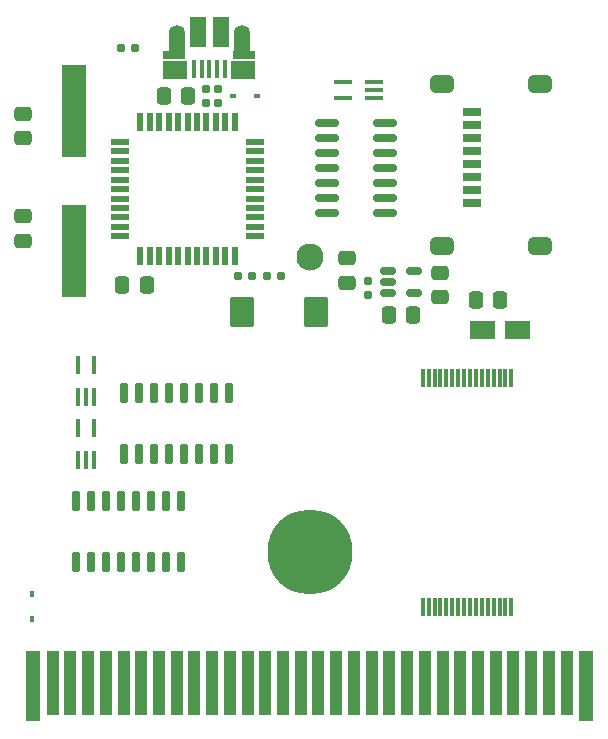
<source format=gbr>
%TF.GenerationSoftware,KiCad,Pcbnew,(6.0.9)*%
%TF.CreationDate,2023-01-10T17:41:50+01:00*%
%TF.ProjectId,gbcart,67626361-7274-42e6-9b69-6361645f7063,rev?*%
%TF.SameCoordinates,Original*%
%TF.FileFunction,Soldermask,Top*%
%TF.FilePolarity,Negative*%
%FSLAX46Y46*%
G04 Gerber Fmt 4.6, Leading zero omitted, Abs format (unit mm)*
G04 Created by KiCad (PCBNEW (6.0.9)) date 2023-01-10 17:41:50*
%MOMM*%
%LPD*%
G01*
G04 APERTURE LIST*
G04 Aperture macros list*
%AMRoundRect*
0 Rectangle with rounded corners*
0 $1 Rounding radius*
0 $2 $3 $4 $5 $6 $7 $8 $9 X,Y pos of 4 corners*
0 Add a 4 corners polygon primitive as box body*
4,1,4,$2,$3,$4,$5,$6,$7,$8,$9,$2,$3,0*
0 Add four circle primitives for the rounded corners*
1,1,$1+$1,$2,$3*
1,1,$1+$1,$4,$5*
1,1,$1+$1,$6,$7*
1,1,$1+$1,$8,$9*
0 Add four rect primitives between the rounded corners*
20,1,$1+$1,$2,$3,$4,$5,0*
20,1,$1+$1,$4,$5,$6,$7,0*
20,1,$1+$1,$6,$7,$8,$9,0*
20,1,$1+$1,$8,$9,$2,$3,0*%
%AMFreePoly0*
4,1,6,1.000000,0.000000,0.500000,-0.750000,-0.500000,-0.750000,-0.500000,0.750000,0.500000,0.750000,1.000000,0.000000,1.000000,0.000000,$1*%
G04 Aperture macros list end*
%ADD10RoundRect,0.160000X-0.197500X-0.160000X0.197500X-0.160000X0.197500X0.160000X-0.197500X0.160000X0*%
%ADD11R,1.500000X0.800000*%
%ADD12RoundRect,0.362500X0.637500X-0.362500X0.637500X0.362500X-0.637500X0.362500X-0.637500X-0.362500X0*%
%ADD13R,0.400000X1.650000*%
%ADD14O,1.100000X1.500000*%
%ADD15R,1.350000X2.000000*%
%ADD16O,1.350000X1.700000*%
%ADD17R,2.000000X1.500000*%
%ADD18R,1.430000X2.500000*%
%ADD19R,1.825000X0.700000*%
%ADD20R,0.450000X0.600000*%
%ADD21RoundRect,0.250000X0.337500X0.475000X-0.337500X0.475000X-0.337500X-0.475000X0.337500X-0.475000X0*%
%ADD22RoundRect,0.250000X-0.337500X-0.475000X0.337500X-0.475000X0.337500X0.475000X-0.337500X0.475000X0*%
%ADD23RoundRect,0.160000X-0.160000X0.197500X-0.160000X-0.197500X0.160000X-0.197500X0.160000X0.197500X0*%
%ADD24RoundRect,0.150000X-0.512500X-0.150000X0.512500X-0.150000X0.512500X0.150000X-0.512500X0.150000X0*%
%ADD25R,0.400000X1.500000*%
%ADD26C,7.200000*%
%ADD27R,0.550000X1.500000*%
%ADD28R,1.500000X0.550000*%
%ADD29R,1.500000X1.500000*%
%ADD30FreePoly0,180.000000*%
%ADD31FreePoly0,0.000000*%
%ADD32C,2.300000*%
%ADD33RoundRect,0.150000X0.150000X-0.725000X0.150000X0.725000X-0.150000X0.725000X-0.150000X-0.725000X0*%
%ADD34R,1.500000X0.400000*%
%ADD35RoundRect,0.160000X0.197500X0.160000X-0.197500X0.160000X-0.197500X-0.160000X0.197500X-0.160000X0*%
%ADD36RoundRect,0.075000X-0.075000X0.712500X-0.075000X-0.712500X0.075000X-0.712500X0.075000X0.712500X0*%
%ADD37RoundRect,0.250000X-0.475000X0.337500X-0.475000X-0.337500X0.475000X-0.337500X0.475000X0.337500X0*%
%ADD38R,0.600000X0.450000*%
%ADD39R,1.300000X6.000000*%
%ADD40R,1.000000X5.500000*%
%ADD41RoundRect,0.150000X-0.825000X-0.150000X0.825000X-0.150000X0.825000X0.150000X-0.825000X0.150000X0*%
%ADD42R,2.000000X7.875000*%
%ADD43RoundRect,0.250000X0.475000X-0.337500X0.475000X0.337500X-0.475000X0.337500X-0.475000X-0.337500X0*%
%ADD44RoundRect,0.160000X0.160000X-0.197500X0.160000X0.197500X-0.160000X0.197500X-0.160000X-0.197500X0*%
%ADD45RoundRect,0.250000X-0.787500X-1.025000X0.787500X-1.025000X0.787500X1.025000X-0.787500X1.025000X0*%
G04 APERTURE END LIST*
D10*
%TO.C,R4*%
X117766500Y-82296000D03*
X118961500Y-82296000D03*
%TD*%
D11*
%TO.C,J3*%
X137600000Y-76103000D03*
X137600000Y-75003000D03*
X137600000Y-73903000D03*
X137600000Y-72803000D03*
X137600000Y-71703000D03*
X137600000Y-70603000D03*
X137600000Y-69503000D03*
X137600000Y-68403000D03*
D12*
X143300000Y-66023000D03*
X135000000Y-79773000D03*
X135000000Y-66023000D03*
X143300000Y-79773000D03*
%TD*%
D13*
%TO.C,J2*%
X116641000Y-64757000D03*
X115991000Y-64757000D03*
X115341000Y-64757000D03*
X114691000Y-64757000D03*
X114041000Y-64757000D03*
D14*
X117761000Y-64877000D03*
D15*
X118071000Y-62807000D03*
D16*
X112611000Y-61877000D03*
D17*
X112441000Y-64877000D03*
D18*
X116301000Y-61607000D03*
D19*
X112341000Y-63557000D03*
D15*
X112591000Y-62807000D03*
D17*
X118191000Y-64857000D03*
D14*
X112921000Y-64877000D03*
D16*
X118071000Y-61877000D03*
D19*
X118291000Y-63557000D03*
D18*
X114381000Y-61607000D03*
%TD*%
D20*
%TO.C,D2*%
X100330000Y-109186000D03*
X100330000Y-111286000D03*
%TD*%
D21*
%TO.C,C7*%
X139954000Y-84328000D03*
X137879000Y-84328000D03*
%TD*%
D22*
%TO.C,C4*%
X107950000Y-83058000D03*
X110025000Y-83058000D03*
%TD*%
D23*
%TO.C,R2*%
X115062000Y-66458500D03*
X115062000Y-67653500D03*
%TD*%
D24*
%TO.C,U8*%
X130434500Y-81854000D03*
X130434500Y-82804000D03*
X130434500Y-83754000D03*
X132709500Y-83754000D03*
X132709500Y-81854000D03*
%TD*%
D25*
%TO.C,U3*%
X104252000Y-92516000D03*
X104902000Y-92516000D03*
X105552000Y-92516000D03*
X105552000Y-89856000D03*
X104252000Y-89856000D03*
%TD*%
D26*
%TO.C,MH1*%
X123825000Y-105645000D03*
%TD*%
D27*
%TO.C,U1*%
X117500000Y-69230000D03*
X116700000Y-69230000D03*
X115900000Y-69230000D03*
X115100000Y-69230000D03*
X114300000Y-69230000D03*
X113500000Y-69230000D03*
X112700000Y-69230000D03*
X111900000Y-69230000D03*
X111100000Y-69230000D03*
X110300000Y-69230000D03*
X109500000Y-69230000D03*
D28*
X107800000Y-70930000D03*
X107800000Y-71730000D03*
X107800000Y-72530000D03*
X107800000Y-73330000D03*
X107800000Y-74130000D03*
X107800000Y-74930000D03*
X107800000Y-75730000D03*
X107800000Y-76530000D03*
X107800000Y-77330000D03*
X107800000Y-78130000D03*
X107800000Y-78930000D03*
D27*
X109500000Y-80630000D03*
X110300000Y-80630000D03*
X111100000Y-80630000D03*
X111900000Y-80630000D03*
X112700000Y-80630000D03*
X113500000Y-80630000D03*
X114300000Y-80630000D03*
X115100000Y-80630000D03*
X115900000Y-80630000D03*
X116700000Y-80630000D03*
X117500000Y-80630000D03*
D28*
X119200000Y-78930000D03*
X119200000Y-78130000D03*
X119200000Y-77330000D03*
X119200000Y-76530000D03*
X119200000Y-75730000D03*
X119200000Y-74930000D03*
X119200000Y-74130000D03*
X119200000Y-73330000D03*
X119200000Y-72530000D03*
X119200000Y-71730000D03*
X119200000Y-70930000D03*
%TD*%
D29*
%TO.C,JP1*%
X141154000Y-86868000D03*
X138754000Y-86868000D03*
D30*
X141954000Y-86868000D03*
D31*
X137954000Y-86868000D03*
%TD*%
D23*
%TO.C,R3*%
X116078000Y-66458500D03*
X116078000Y-67653500D03*
%TD*%
D21*
%TO.C,C1*%
X132609500Y-85598000D03*
X130534500Y-85598000D03*
%TD*%
D32*
%TO.C,MH2*%
X123825000Y-80645000D03*
%TD*%
D21*
%TO.C,C8*%
X113559500Y-67056000D03*
X111484500Y-67056000D03*
%TD*%
D33*
%TO.C,U4*%
X108077000Y-97317000D03*
X109347000Y-97317000D03*
X110617000Y-97317000D03*
X111887000Y-97317000D03*
X113157000Y-97317000D03*
X114427000Y-97317000D03*
X115697000Y-97317000D03*
X116967000Y-97317000D03*
X116967000Y-92167000D03*
X115697000Y-92167000D03*
X114427000Y-92167000D03*
X113157000Y-92167000D03*
X111887000Y-92167000D03*
X110617000Y-92167000D03*
X109347000Y-92167000D03*
X108077000Y-92167000D03*
%TD*%
D34*
%TO.C,U7*%
X129286000Y-67198000D03*
X129286000Y-66548000D03*
X129286000Y-65898000D03*
X126626000Y-65898000D03*
X126626000Y-67198000D03*
%TD*%
D35*
%TO.C,R5*%
X121412000Y-82296000D03*
X120217000Y-82296000D03*
%TD*%
D36*
%TO.C,U5*%
X140910000Y-90896500D03*
X140410000Y-90896500D03*
X139910000Y-90896500D03*
X139410000Y-90896500D03*
X138910000Y-90896500D03*
X138410000Y-90896500D03*
X137910000Y-90896500D03*
X137410000Y-90896500D03*
X136910000Y-90896500D03*
X136410000Y-90896500D03*
X135910000Y-90896500D03*
X135410000Y-90896500D03*
X134910000Y-90896500D03*
X134410000Y-90896500D03*
X133910000Y-90896500D03*
X133410000Y-90896500D03*
X133410000Y-110271500D03*
X133910000Y-110271500D03*
X134410000Y-110271500D03*
X134910000Y-110271500D03*
X135410000Y-110271500D03*
X135910000Y-110271500D03*
X136410000Y-110271500D03*
X136910000Y-110271500D03*
X137410000Y-110271500D03*
X137910000Y-110271500D03*
X138410000Y-110271500D03*
X138910000Y-110271500D03*
X139410000Y-110271500D03*
X139910000Y-110271500D03*
X140410000Y-110271500D03*
X140910000Y-110271500D03*
%TD*%
D37*
%TO.C,C2*%
X99568000Y-77216000D03*
X99568000Y-79291000D03*
%TD*%
D38*
%TO.C,D1*%
X119414000Y-67056000D03*
X117314000Y-67056000D03*
%TD*%
D39*
%TO.C,J1*%
X100431600Y-116992400D03*
D40*
X102081600Y-116742400D03*
X103581600Y-116742400D03*
X105081600Y-116742400D03*
X106581600Y-116742400D03*
X108081600Y-116742400D03*
X109581600Y-116742400D03*
X111081600Y-116742400D03*
X112581600Y-116742400D03*
X114081600Y-116742400D03*
X115581600Y-116742400D03*
X117081600Y-116742400D03*
X118581600Y-116742400D03*
X120081600Y-116742400D03*
X121581600Y-116742400D03*
X123081600Y-116742400D03*
X124581600Y-116742400D03*
X126081600Y-116742400D03*
X127581600Y-116742400D03*
X129081600Y-116742400D03*
X130581600Y-116742400D03*
X132081600Y-116742400D03*
X133581600Y-116742400D03*
X135081600Y-116742400D03*
X136581600Y-116742400D03*
X138081600Y-116742400D03*
X139581600Y-116742400D03*
X141081600Y-116742400D03*
X142581600Y-116742400D03*
X144081600Y-116742400D03*
X145581600Y-116742400D03*
D39*
X147231600Y-116992400D03*
%TD*%
D37*
%TO.C,C5*%
X134874000Y-82020500D03*
X134874000Y-84095500D03*
%TD*%
D35*
%TO.C,R6*%
X109055500Y-62992000D03*
X107860500Y-62992000D03*
%TD*%
D41*
%TO.C,U6*%
X125287000Y-69342000D03*
X125287000Y-70612000D03*
X125287000Y-71882000D03*
X125287000Y-73152000D03*
X125287000Y-74422000D03*
X125287000Y-75692000D03*
X125287000Y-76962000D03*
X130237000Y-76962000D03*
X130237000Y-75692000D03*
X130237000Y-74422000D03*
X130237000Y-73152000D03*
X130237000Y-71882000D03*
X130237000Y-70612000D03*
X130237000Y-69342000D03*
%TD*%
D33*
%TO.C,U2*%
X104013000Y-106461000D03*
X105283000Y-106461000D03*
X106553000Y-106461000D03*
X107823000Y-106461000D03*
X109093000Y-106461000D03*
X110363000Y-106461000D03*
X111633000Y-106461000D03*
X112903000Y-106461000D03*
X112903000Y-101311000D03*
X111633000Y-101311000D03*
X110363000Y-101311000D03*
X109093000Y-101311000D03*
X107823000Y-101311000D03*
X106553000Y-101311000D03*
X105283000Y-101311000D03*
X104013000Y-101311000D03*
%TD*%
D42*
%TO.C,Y1*%
X103886000Y-68326000D03*
X103886000Y-80201000D03*
%TD*%
D43*
%TO.C,C3*%
X99568000Y-70633500D03*
X99568000Y-68558500D03*
%TD*%
D25*
%TO.C,U9*%
X104252000Y-97850000D03*
X104902000Y-97850000D03*
X105552000Y-97850000D03*
X105552000Y-95190000D03*
X104252000Y-95190000D03*
%TD*%
D44*
%TO.C,R1*%
X128778000Y-83909500D03*
X128778000Y-82714500D03*
%TD*%
D37*
%TO.C,C6*%
X127000000Y-80772000D03*
X127000000Y-82847000D03*
%TD*%
D45*
%TO.C,C9*%
X118110000Y-85344000D03*
X124335000Y-85344000D03*
%TD*%
M02*

</source>
